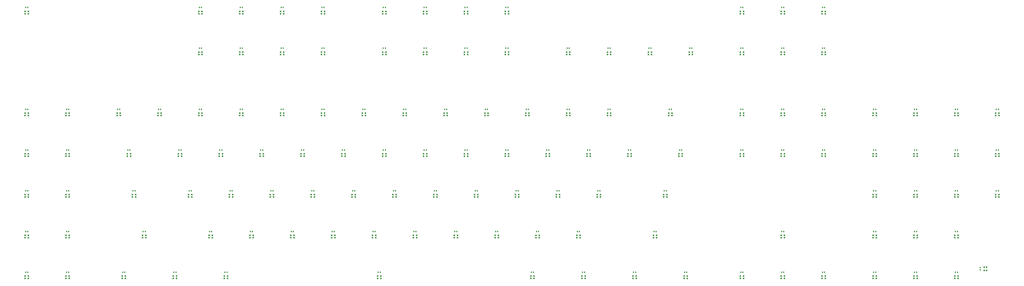
<source format=gbr>
%TF.GenerationSoftware,KiCad,Pcbnew,(6.0.7)*%
%TF.CreationDate,2022-09-27T13:03:32-04:00*%
%TF.ProjectId,SweetBusiness,53776565-7442-4757-9369-6e6573732e6b,rev?*%
%TF.SameCoordinates,Original*%
%TF.FileFunction,Paste,Top*%
%TF.FilePolarity,Positive*%
%FSLAX46Y46*%
G04 Gerber Fmt 4.6, Leading zero omitted, Abs format (unit mm)*
G04 Created by KiCad (PCBNEW (6.0.7)) date 2022-09-27 13:03:32*
%MOMM*%
%LPD*%
G01*
G04 APERTURE LIST*
G04 Aperture macros list*
%AMRoundRect*
0 Rectangle with rounded corners*
0 $1 Rounding radius*
0 $2 $3 $4 $5 $6 $7 $8 $9 X,Y pos of 4 corners*
0 Add a 4 corners polygon primitive as box body*
4,1,4,$2,$3,$4,$5,$6,$7,$8,$9,$2,$3,0*
0 Add four circle primitives for the rounded corners*
1,1,$1+$1,$2,$3*
1,1,$1+$1,$4,$5*
1,1,$1+$1,$6,$7*
1,1,$1+$1,$8,$9*
0 Add four rect primitives between the rounded corners*
20,1,$1+$1,$2,$3,$4,$5,0*
20,1,$1+$1,$4,$5,$6,$7,0*
20,1,$1+$1,$6,$7,$8,$9,0*
20,1,$1+$1,$8,$9,$2,$3,0*%
G04 Aperture macros list end*
%ADD10RoundRect,0.147500X0.147500X0.172500X-0.147500X0.172500X-0.147500X-0.172500X0.147500X-0.172500X0*%
%ADD11R,0.700000X0.700000*%
%ADD12RoundRect,0.147500X-0.147500X-0.172500X0.147500X-0.172500X0.147500X0.172500X-0.147500X0.172500X0*%
%ADD13RoundRect,0.147500X-0.172500X0.147500X-0.172500X-0.147500X0.172500X-0.147500X0.172500X0.147500X0*%
G04 APERTURE END LIST*
D10*
%TO.C,LC84*%
X219560000Y55562500D03*
X218590000Y55562500D03*
%TD*%
%TO.C,LC32*%
X90972500Y93662500D03*
X90002500Y93662500D03*
%TD*%
D11*
%TO.C,LD125*%
X424612500Y14531250D03*
X424612500Y15631250D03*
X423112500Y15631250D03*
X423112500Y14531250D03*
%TD*%
%TO.C,LD15*%
X127837500Y120406250D03*
X127837500Y119306250D03*
X129337500Y119306250D03*
X129337500Y120406250D03*
%TD*%
%TO.C,LD95*%
X63543750Y34681250D03*
X63543750Y33581250D03*
X65043750Y33581250D03*
X65043750Y34681250D03*
%TD*%
%TO.C,LD5*%
X148387500Y138356250D03*
X148387500Y139456250D03*
X146887500Y139456250D03*
X146887500Y138356250D03*
%TD*%
D10*
%TO.C,LC86*%
X257660000Y55562500D03*
X256690000Y55562500D03*
%TD*%
%TO.C,LC112*%
X29060000Y17462500D03*
X28090000Y17462500D03*
%TD*%
D11*
%TO.C,LD66*%
X313575000Y72781250D03*
X313575000Y71681250D03*
X315075000Y71681250D03*
X315075000Y72781250D03*
%TD*%
%TO.C,LD17*%
X175462500Y120406250D03*
X175462500Y119306250D03*
X176962500Y119306250D03*
X176962500Y120406250D03*
%TD*%
D12*
%TO.C,LC21*%
X261452500Y122237500D03*
X262422500Y122237500D03*
%TD*%
D10*
%TO.C,LC29*%
X29060000Y93662500D03*
X28090000Y93662500D03*
%TD*%
D11*
%TO.C,LD100*%
X170700000Y34681250D03*
X170700000Y33581250D03*
X172200000Y33581250D03*
X172200000Y34681250D03*
%TD*%
D12*
%TO.C,LC104*%
X247165000Y36512500D03*
X248135000Y36512500D03*
%TD*%
D11*
%TO.C,LD39*%
X224587500Y90731250D03*
X224587500Y91831250D03*
X223087500Y91831250D03*
X223087500Y90731250D03*
%TD*%
D10*
%TO.C,LC41*%
X262422500Y93662500D03*
X261452500Y93662500D03*
%TD*%
D11*
%TO.C,LD47*%
X405562500Y90731250D03*
X405562500Y91831250D03*
X404062500Y91831250D03*
X404062500Y90731250D03*
%TD*%
D12*
%TO.C,LC55*%
X99527500Y74612500D03*
X100497500Y74612500D03*
%TD*%
D11*
%TO.C,LD48*%
X424612500Y90731250D03*
X424612500Y91831250D03*
X423112500Y91831250D03*
X423112500Y90731250D03*
%TD*%
%TO.C,LD3*%
X110287500Y138356250D03*
X110287500Y139456250D03*
X108787500Y139456250D03*
X108787500Y138356250D03*
%TD*%
%TO.C,LD117*%
X246018750Y14531250D03*
X246018750Y15631250D03*
X244518750Y15631250D03*
X244518750Y14531250D03*
%TD*%
D12*
%TO.C,LC59*%
X175727500Y74612500D03*
X176697500Y74612500D03*
%TD*%
D10*
%TO.C,LC81*%
X162410000Y55562500D03*
X161440000Y55562500D03*
%TD*%
D11*
%TO.C,LD54*%
X80212500Y72781250D03*
X80212500Y71681250D03*
X81712500Y71681250D03*
X81712500Y72781250D03*
%TD*%
D10*
%TO.C,LC113*%
X55253750Y17462500D03*
X54283750Y17462500D03*
%TD*%
D12*
%TO.C,LC69*%
X380515000Y74612500D03*
X381485000Y74612500D03*
%TD*%
D11*
%TO.C,LD51*%
X8775000Y72781250D03*
X8775000Y71681250D03*
X10275000Y71681250D03*
X10275000Y72781250D03*
%TD*%
D10*
%TO.C,LC7*%
X195747500Y141287500D03*
X194777500Y141287500D03*
%TD*%
D11*
%TO.C,LD68*%
X361200000Y72781250D03*
X361200000Y71681250D03*
X362700000Y71681250D03*
X362700000Y72781250D03*
%TD*%
%TO.C,LD44*%
X343650000Y90731250D03*
X343650000Y91831250D03*
X342150000Y91831250D03*
X342150000Y90731250D03*
%TD*%
%TO.C,LD41*%
X262687500Y90731250D03*
X262687500Y91831250D03*
X261187500Y91831250D03*
X261187500Y90731250D03*
%TD*%
D10*
%TO.C,LC47*%
X405297500Y93662500D03*
X404327500Y93662500D03*
%TD*%
D11*
%TO.C,LD25*%
X342150000Y120406250D03*
X342150000Y119306250D03*
X343650000Y119306250D03*
X343650000Y120406250D03*
%TD*%
D12*
%TO.C,LC73*%
X461477500Y74612500D03*
X462447500Y74612500D03*
%TD*%
D11*
%TO.C,LD91*%
X443662500Y52631250D03*
X443662500Y53731250D03*
X442162500Y53731250D03*
X442162500Y52631250D03*
%TD*%
%TO.C,LD122*%
X362700000Y14531250D03*
X362700000Y15631250D03*
X361200000Y15631250D03*
X361200000Y14531250D03*
%TD*%
%TO.C,LD89*%
X405562500Y52631250D03*
X405562500Y53731250D03*
X404062500Y53731250D03*
X404062500Y52631250D03*
%TD*%
%TO.C,LD79*%
X124575000Y52631250D03*
X124575000Y53731250D03*
X123075000Y53731250D03*
X123075000Y52631250D03*
%TD*%
D10*
%TO.C,LC42*%
X281472500Y93662500D03*
X280502500Y93662500D03*
%TD*%
D11*
%TO.C,LD34*%
X129337500Y90731250D03*
X129337500Y91831250D03*
X127837500Y91831250D03*
X127837500Y90731250D03*
%TD*%
D10*
%TO.C,LC48*%
X424347500Y93662500D03*
X423377500Y93662500D03*
%TD*%
%TO.C,LC6*%
X176697500Y141287500D03*
X175727500Y141287500D03*
%TD*%
D11*
%TO.C,LD111*%
X10275000Y14531250D03*
X10275000Y15631250D03*
X8775000Y15631250D03*
X8775000Y14531250D03*
%TD*%
D10*
%TO.C,LC4*%
X129072500Y141287500D03*
X128102500Y141287500D03*
%TD*%
D12*
%TO.C,LC66*%
X313840000Y74612500D03*
X314810000Y74612500D03*
%TD*%
D11*
%TO.C,LD97*%
X113550000Y34681250D03*
X113550000Y33581250D03*
X115050000Y33581250D03*
X115050000Y34681250D03*
%TD*%
D10*
%TO.C,LC39*%
X224322500Y93662500D03*
X223352500Y93662500D03*
%TD*%
D11*
%TO.C,LD72*%
X442162500Y72781250D03*
X442162500Y71681250D03*
X443662500Y71681250D03*
X443662500Y72781250D03*
%TD*%
D12*
%TO.C,LC57*%
X137627500Y74612500D03*
X138597500Y74612500D03*
%TD*%
D11*
%TO.C,LD82*%
X181725000Y52631250D03*
X181725000Y53731250D03*
X180225000Y53731250D03*
X180225000Y52631250D03*
%TD*%
%TO.C,LD1*%
X10275000Y138356250D03*
X10275000Y139456250D03*
X8775000Y139456250D03*
X8775000Y138356250D03*
%TD*%
%TO.C,LD46*%
X381750000Y90731250D03*
X381750000Y91831250D03*
X380250000Y91831250D03*
X380250000Y90731250D03*
%TD*%
D10*
%TO.C,LC75*%
X29060000Y55562500D03*
X28090000Y55562500D03*
%TD*%
D12*
%TO.C,LC18*%
X194777500Y122237500D03*
X195747500Y122237500D03*
%TD*%
%TO.C,LC53*%
X56665000Y74612500D03*
X57635000Y74612500D03*
%TD*%
D11*
%TO.C,LD38*%
X205537500Y90731250D03*
X205537500Y91831250D03*
X204037500Y91831250D03*
X204037500Y90731250D03*
%TD*%
D12*
%TO.C,LC14*%
X109052500Y122237500D03*
X110022500Y122237500D03*
%TD*%
%TO.C,LC99*%
X151915000Y36512500D03*
X152885000Y36512500D03*
%TD*%
D11*
%TO.C,LD93*%
X8775000Y34681250D03*
X8775000Y33581250D03*
X10275000Y33581250D03*
X10275000Y34681250D03*
%TD*%
D12*
%TO.C,LC71*%
X423377500Y74612500D03*
X424347500Y74612500D03*
%TD*%
D11*
%TO.C,LD92*%
X462712500Y52631250D03*
X462712500Y53731250D03*
X461212500Y53731250D03*
X461212500Y52631250D03*
%TD*%
D10*
%TO.C,LC118*%
X269566250Y17462500D03*
X268596250Y17462500D03*
%TD*%
D11*
%TO.C,LD94*%
X27825000Y34681250D03*
X27825000Y33581250D03*
X29325000Y33581250D03*
X29325000Y34681250D03*
%TD*%
D12*
%TO.C,LC62*%
X232877500Y74612500D03*
X233847500Y74612500D03*
%TD*%
D10*
%TO.C,LC12*%
X381485000Y141287500D03*
X380515000Y141287500D03*
%TD*%
%TO.C,LC89*%
X405297500Y55562500D03*
X404327500Y55562500D03*
%TD*%
%TO.C,LC45*%
X362435000Y93662500D03*
X361465000Y93662500D03*
%TD*%
%TO.C,LC31*%
X71922500Y93662500D03*
X70952500Y93662500D03*
%TD*%
D11*
%TO.C,LD21*%
X261187500Y120406250D03*
X261187500Y119306250D03*
X262687500Y119306250D03*
X262687500Y120406250D03*
%TD*%
D10*
%TO.C,LC38*%
X205272500Y93662500D03*
X204302500Y93662500D03*
%TD*%
D11*
%TO.C,LD65*%
X289762500Y72781250D03*
X289762500Y71681250D03*
X291262500Y71681250D03*
X291262500Y72781250D03*
%TD*%
D13*
%TO.C,LC127*%
X454025000Y19535000D03*
X454025000Y18565000D03*
%TD*%
D11*
%TO.C,LD62*%
X232612500Y72781250D03*
X232612500Y71681250D03*
X234112500Y71681250D03*
X234112500Y72781250D03*
%TD*%
%TO.C,LD23*%
X299287500Y120406250D03*
X299287500Y119306250D03*
X300787500Y119306250D03*
X300787500Y120406250D03*
%TD*%
%TO.C,LD60*%
X194512500Y72781250D03*
X194512500Y71681250D03*
X196012500Y71681250D03*
X196012500Y72781250D03*
%TD*%
D10*
%TO.C,LC35*%
X148122500Y93662500D03*
X147152500Y93662500D03*
%TD*%
%TO.C,LC82*%
X181460000Y55562500D03*
X180490000Y55562500D03*
%TD*%
D11*
%TO.C,LD37*%
X186487500Y90731250D03*
X186487500Y91831250D03*
X184987500Y91831250D03*
X184987500Y90731250D03*
%TD*%
%TO.C,LD57*%
X137362500Y72781250D03*
X137362500Y71681250D03*
X138862500Y71681250D03*
X138862500Y72781250D03*
%TD*%
D10*
%TO.C,LC43*%
X310047500Y93662500D03*
X309077500Y93662500D03*
%TD*%
D11*
%TO.C,LD22*%
X280237500Y120406250D03*
X280237500Y119306250D03*
X281737500Y119306250D03*
X281737500Y120406250D03*
%TD*%
%TO.C,LD9*%
X234112500Y138356250D03*
X234112500Y139456250D03*
X232612500Y139456250D03*
X232612500Y138356250D03*
%TD*%
D10*
%TO.C,LC119*%
X293378750Y17462500D03*
X292408750Y17462500D03*
%TD*%
%TO.C,LC3*%
X110022500Y141287500D03*
X109052500Y141287500D03*
%TD*%
D11*
%TO.C,LD77*%
X86475000Y52631250D03*
X86475000Y53731250D03*
X84975000Y53731250D03*
X84975000Y52631250D03*
%TD*%
D12*
%TO.C,LC102*%
X209065000Y36512500D03*
X210035000Y36512500D03*
%TD*%
D11*
%TO.C,LD2*%
X91237500Y138356250D03*
X91237500Y139456250D03*
X89737500Y139456250D03*
X89737500Y138356250D03*
%TD*%
D12*
%TO.C,LC97*%
X113815000Y36512500D03*
X114785000Y36512500D03*
%TD*%
%TO.C,LC110*%
X442427500Y36512500D03*
X443397500Y36512500D03*
%TD*%
D11*
%TO.C,LD112*%
X29325000Y14531250D03*
X29325000Y15631250D03*
X27825000Y15631250D03*
X27825000Y14531250D03*
%TD*%
D10*
%TO.C,LC8*%
X214797500Y141287500D03*
X213827500Y141287500D03*
%TD*%
%TO.C,LC50*%
X462447500Y93662500D03*
X461477500Y93662500D03*
%TD*%
%TO.C,LC91*%
X443397500Y55562500D03*
X442427500Y55562500D03*
%TD*%
D11*
%TO.C,LD109*%
X423112500Y34681250D03*
X423112500Y33581250D03*
X424612500Y33581250D03*
X424612500Y34681250D03*
%TD*%
%TO.C,LD16*%
X146887500Y120406250D03*
X146887500Y119306250D03*
X148387500Y119306250D03*
X148387500Y120406250D03*
%TD*%
D12*
%TO.C,LC105*%
X266215000Y36512500D03*
X267185000Y36512500D03*
%TD*%
D10*
%TO.C,LC46*%
X381485000Y93662500D03*
X380515000Y93662500D03*
%TD*%
D12*
%TO.C,LC20*%
X232877500Y122237500D03*
X233847500Y122237500D03*
%TD*%
D11*
%TO.C,LD29*%
X29325000Y90731250D03*
X29325000Y91831250D03*
X27825000Y91831250D03*
X27825000Y90731250D03*
%TD*%
%TO.C,LD64*%
X270712500Y72781250D03*
X270712500Y71681250D03*
X272212500Y71681250D03*
X272212500Y72781250D03*
%TD*%
D10*
%TO.C,LC77*%
X86210000Y55562500D03*
X85240000Y55562500D03*
%TD*%
D11*
%TO.C,LD43*%
X310312500Y90731250D03*
X310312500Y91831250D03*
X308812500Y91831250D03*
X308812500Y90731250D03*
%TD*%
%TO.C,LD14*%
X108787500Y120406250D03*
X108787500Y119306250D03*
X110287500Y119306250D03*
X110287500Y120406250D03*
%TD*%
D10*
%TO.C,LC28*%
X10010000Y93662500D03*
X9040000Y93662500D03*
%TD*%
D11*
%TO.C,LD85*%
X238875000Y52631250D03*
X238875000Y53731250D03*
X237375000Y53731250D03*
X237375000Y52631250D03*
%TD*%
%TO.C,LD63*%
X251662500Y72781250D03*
X251662500Y71681250D03*
X253162500Y71681250D03*
X253162500Y72781250D03*
%TD*%
%TO.C,LD121*%
X343650000Y14531250D03*
X343650000Y15631250D03*
X342150000Y15631250D03*
X342150000Y14531250D03*
%TD*%
%TO.C,LD127*%
X456956250Y19800000D03*
X455856250Y19800000D03*
X455856250Y18300000D03*
X456956250Y18300000D03*
%TD*%
%TO.C,LD36*%
X167437500Y90731250D03*
X167437500Y91831250D03*
X165937500Y91831250D03*
X165937500Y90731250D03*
%TD*%
D12*
%TO.C,LC100*%
X170965000Y36512500D03*
X171935000Y36512500D03*
%TD*%
D11*
%TO.C,LD30*%
X53137500Y90731250D03*
X53137500Y91831250D03*
X51637500Y91831250D03*
X51637500Y90731250D03*
%TD*%
D10*
%TO.C,LC116*%
X174316250Y17462500D03*
X173346250Y17462500D03*
%TD*%
%TO.C,LC49*%
X443397500Y93662500D03*
X442427500Y93662500D03*
%TD*%
D11*
%TO.C,LD11*%
X362700000Y138356250D03*
X362700000Y139456250D03*
X361200000Y139456250D03*
X361200000Y138356250D03*
%TD*%
%TO.C,LD75*%
X29325000Y52631250D03*
X29325000Y53731250D03*
X27825000Y53731250D03*
X27825000Y52631250D03*
%TD*%
%TO.C,LD45*%
X362700000Y90731250D03*
X362700000Y91831250D03*
X361200000Y91831250D03*
X361200000Y90731250D03*
%TD*%
%TO.C,LD80*%
X143625000Y52631250D03*
X143625000Y53731250D03*
X142125000Y53731250D03*
X142125000Y52631250D03*
%TD*%
D10*
%TO.C,LC44*%
X343385000Y93662500D03*
X342415000Y93662500D03*
%TD*%
D11*
%TO.C,LD13*%
X89737500Y120406250D03*
X89737500Y119306250D03*
X91237500Y119306250D03*
X91237500Y120406250D03*
%TD*%
%TO.C,LD61*%
X213562500Y72781250D03*
X213562500Y71681250D03*
X215062500Y71681250D03*
X215062500Y72781250D03*
%TD*%
%TO.C,LD32*%
X91237500Y90731250D03*
X91237500Y91831250D03*
X89737500Y91831250D03*
X89737500Y90731250D03*
%TD*%
%TO.C,LD115*%
X103143750Y14531250D03*
X103143750Y15631250D03*
X101643750Y15631250D03*
X101643750Y14531250D03*
%TD*%
D12*
%TO.C,LC63*%
X251927500Y74612500D03*
X252897500Y74612500D03*
%TD*%
D10*
%TO.C,LC87*%
X276710000Y55562500D03*
X275740000Y55562500D03*
%TD*%
D12*
%TO.C,LC106*%
X301933750Y36512500D03*
X302903750Y36512500D03*
%TD*%
D11*
%TO.C,LD10*%
X343650000Y138356250D03*
X343650000Y139456250D03*
X342150000Y139456250D03*
X342150000Y138356250D03*
%TD*%
D10*
%TO.C,LC90*%
X424347500Y55562500D03*
X423377500Y55562500D03*
%TD*%
D11*
%TO.C,LD88*%
X307931250Y52631250D03*
X307931250Y53731250D03*
X306431250Y53731250D03*
X306431250Y52631250D03*
%TD*%
%TO.C,LD35*%
X148387500Y90731250D03*
X148387500Y91831250D03*
X146887500Y91831250D03*
X146887500Y90731250D03*
%TD*%
D12*
%TO.C,LC58*%
X156677500Y74612500D03*
X157647500Y74612500D03*
%TD*%
D10*
%TO.C,LC88*%
X307666250Y55562500D03*
X306696250Y55562500D03*
%TD*%
D11*
%TO.C,LD124*%
X405562500Y14531250D03*
X405562500Y15631250D03*
X404062500Y15631250D03*
X404062500Y14531250D03*
%TD*%
%TO.C,LD120*%
X317456250Y14531250D03*
X317456250Y15631250D03*
X315956250Y15631250D03*
X315956250Y14531250D03*
%TD*%
D10*
%TO.C,LC37*%
X186222500Y93662500D03*
X185252500Y93662500D03*
%TD*%
D11*
%TO.C,LD101*%
X189750000Y34681250D03*
X189750000Y33581250D03*
X191250000Y33581250D03*
X191250000Y34681250D03*
%TD*%
%TO.C,LD42*%
X281737500Y90731250D03*
X281737500Y91831250D03*
X280237500Y91831250D03*
X280237500Y90731250D03*
%TD*%
%TO.C,LD102*%
X208800000Y34681250D03*
X208800000Y33581250D03*
X210300000Y33581250D03*
X210300000Y34681250D03*
%TD*%
%TO.C,LD58*%
X156412500Y72781250D03*
X156412500Y71681250D03*
X157912500Y71681250D03*
X157912500Y72781250D03*
%TD*%
D12*
%TO.C,LC60*%
X194777500Y74612500D03*
X195747500Y74612500D03*
%TD*%
D11*
%TO.C,LD50*%
X462712500Y90731250D03*
X462712500Y91831250D03*
X461212500Y91831250D03*
X461212500Y90731250D03*
%TD*%
D12*
%TO.C,LC70*%
X404327500Y74612500D03*
X405297500Y74612500D03*
%TD*%
%TO.C,LC23*%
X299552500Y122237500D03*
X300522500Y122237500D03*
%TD*%
D10*
%TO.C,LC5*%
X148122500Y141287500D03*
X147152500Y141287500D03*
%TD*%
%TO.C,LC117*%
X245753750Y17462500D03*
X244783750Y17462500D03*
%TD*%
D12*
%TO.C,LC27*%
X380515000Y122237500D03*
X381485000Y122237500D03*
%TD*%
%TO.C,LC15*%
X128102500Y122237500D03*
X129072500Y122237500D03*
%TD*%
D10*
%TO.C,LC123*%
X381485000Y17462500D03*
X380515000Y17462500D03*
%TD*%
D11*
%TO.C,LD83*%
X200775000Y52631250D03*
X200775000Y53731250D03*
X199275000Y53731250D03*
X199275000Y52631250D03*
%TD*%
%TO.C,LD71*%
X423112500Y72781250D03*
X423112500Y71681250D03*
X424612500Y71681250D03*
X424612500Y72781250D03*
%TD*%
%TO.C,LD24*%
X318337500Y120406250D03*
X318337500Y119306250D03*
X319837500Y119306250D03*
X319837500Y120406250D03*
%TD*%
%TO.C,LD86*%
X257925000Y52631250D03*
X257925000Y53731250D03*
X256425000Y53731250D03*
X256425000Y52631250D03*
%TD*%
%TO.C,LD53*%
X56400000Y72781250D03*
X56400000Y71681250D03*
X57900000Y71681250D03*
X57900000Y72781250D03*
%TD*%
D10*
%TO.C,LC9*%
X233847500Y141287500D03*
X232877500Y141287500D03*
%TD*%
D12*
%TO.C,LC24*%
X318602500Y122237500D03*
X319572500Y122237500D03*
%TD*%
D10*
%TO.C,LC78*%
X105260000Y55562500D03*
X104290000Y55562500D03*
%TD*%
D12*
%TO.C,LC64*%
X270977500Y74612500D03*
X271947500Y74612500D03*
%TD*%
D11*
%TO.C,LD113*%
X55518750Y14531250D03*
X55518750Y15631250D03*
X54018750Y15631250D03*
X54018750Y14531250D03*
%TD*%
%TO.C,LD4*%
X129337500Y138356250D03*
X129337500Y139456250D03*
X127837500Y139456250D03*
X127837500Y138356250D03*
%TD*%
D12*
%TO.C,LC95*%
X63808750Y36512500D03*
X64778750Y36512500D03*
%TD*%
D11*
%TO.C,LD73*%
X461212500Y72781250D03*
X461212500Y71681250D03*
X462712500Y71681250D03*
X462712500Y72781250D03*
%TD*%
D12*
%TO.C,LC13*%
X90002500Y122237500D03*
X90972500Y122237500D03*
%TD*%
D10*
%TO.C,LC120*%
X317191250Y17462500D03*
X316221250Y17462500D03*
%TD*%
D11*
%TO.C,LD116*%
X174581250Y14531250D03*
X174581250Y15631250D03*
X173081250Y15631250D03*
X173081250Y14531250D03*
%TD*%
D12*
%TO.C,LC54*%
X80477500Y74612500D03*
X81447500Y74612500D03*
%TD*%
%TO.C,LC108*%
X404327500Y36512500D03*
X405297500Y36512500D03*
%TD*%
D11*
%TO.C,LD67*%
X342150000Y72781250D03*
X342150000Y71681250D03*
X343650000Y71681250D03*
X343650000Y72781250D03*
%TD*%
D10*
%TO.C,LC79*%
X124310000Y55562500D03*
X123340000Y55562500D03*
%TD*%
%TO.C,LC2*%
X90972500Y141287500D03*
X90002500Y141287500D03*
%TD*%
%TO.C,LC10*%
X343385000Y141287500D03*
X342415000Y141287500D03*
%TD*%
%TO.C,LC33*%
X110022500Y93662500D03*
X109052500Y93662500D03*
%TD*%
D12*
%TO.C,LC109*%
X423377500Y36512500D03*
X424347500Y36512500D03*
%TD*%
D11*
%TO.C,LD26*%
X361200000Y120406250D03*
X361200000Y119306250D03*
X362700000Y119306250D03*
X362700000Y120406250D03*
%TD*%
%TO.C,LD52*%
X27825000Y72781250D03*
X27825000Y71681250D03*
X29325000Y71681250D03*
X29325000Y72781250D03*
%TD*%
%TO.C,LD99*%
X151650000Y34681250D03*
X151650000Y33581250D03*
X153150000Y33581250D03*
X153150000Y34681250D03*
%TD*%
D12*
%TO.C,LC93*%
X9040000Y36512500D03*
X10010000Y36512500D03*
%TD*%
D11*
%TO.C,LD98*%
X132600000Y34681250D03*
X132600000Y33581250D03*
X134100000Y33581250D03*
X134100000Y34681250D03*
%TD*%
D10*
%TO.C,LC34*%
X129072500Y93662500D03*
X128102500Y93662500D03*
%TD*%
D11*
%TO.C,LD96*%
X94500000Y34681250D03*
X94500000Y33581250D03*
X96000000Y33581250D03*
X96000000Y34681250D03*
%TD*%
D10*
%TO.C,LC11*%
X362435000Y141287500D03*
X361465000Y141287500D03*
%TD*%
D11*
%TO.C,LD69*%
X380250000Y72781250D03*
X380250000Y71681250D03*
X381750000Y71681250D03*
X381750000Y72781250D03*
%TD*%
%TO.C,LD6*%
X176962500Y138356250D03*
X176962500Y139456250D03*
X175462500Y139456250D03*
X175462500Y138356250D03*
%TD*%
%TO.C,LD70*%
X404062500Y72781250D03*
X404062500Y71681250D03*
X405562500Y71681250D03*
X405562500Y72781250D03*
%TD*%
D10*
%TO.C,LC76*%
X60016250Y55562500D03*
X59046250Y55562500D03*
%TD*%
D12*
%TO.C,LC16*%
X147152500Y122237500D03*
X148122500Y122237500D03*
%TD*%
D10*
%TO.C,LC125*%
X424347500Y17462500D03*
X423377500Y17462500D03*
%TD*%
D11*
%TO.C,LD103*%
X227850000Y34681250D03*
X227850000Y33581250D03*
X229350000Y33581250D03*
X229350000Y34681250D03*
%TD*%
D10*
%TO.C,LC122*%
X362435000Y17462500D03*
X361465000Y17462500D03*
%TD*%
D11*
%TO.C,LD106*%
X301668750Y34681250D03*
X301668750Y33581250D03*
X303168750Y33581250D03*
X303168750Y34681250D03*
%TD*%
D10*
%TO.C,LC80*%
X143360000Y55562500D03*
X142390000Y55562500D03*
%TD*%
D12*
%TO.C,LC65*%
X290027500Y74612500D03*
X290997500Y74612500D03*
%TD*%
D11*
%TO.C,LD31*%
X72187500Y90731250D03*
X72187500Y91831250D03*
X70687500Y91831250D03*
X70687500Y90731250D03*
%TD*%
D10*
%TO.C,LC126*%
X443397500Y17462500D03*
X442427500Y17462500D03*
%TD*%
D11*
%TO.C,LD55*%
X99262500Y72781250D03*
X99262500Y71681250D03*
X100762500Y71681250D03*
X100762500Y72781250D03*
%TD*%
%TO.C,LD49*%
X443662500Y90731250D03*
X443662500Y91831250D03*
X442162500Y91831250D03*
X442162500Y90731250D03*
%TD*%
%TO.C,LD84*%
X219825000Y52631250D03*
X219825000Y53731250D03*
X218325000Y53731250D03*
X218325000Y52631250D03*
%TD*%
%TO.C,LD28*%
X10275000Y90731250D03*
X10275000Y91831250D03*
X8775000Y91831250D03*
X8775000Y90731250D03*
%TD*%
D12*
%TO.C,LC67*%
X342415000Y74612500D03*
X343385000Y74612500D03*
%TD*%
%TO.C,LC68*%
X361465000Y74612500D03*
X362435000Y74612500D03*
%TD*%
D11*
%TO.C,LD114*%
X79331250Y14531250D03*
X79331250Y15631250D03*
X77831250Y15631250D03*
X77831250Y14531250D03*
%TD*%
%TO.C,LD7*%
X196012500Y138356250D03*
X196012500Y139456250D03*
X194512500Y139456250D03*
X194512500Y138356250D03*
%TD*%
%TO.C,LD78*%
X105525000Y52631250D03*
X105525000Y53731250D03*
X104025000Y53731250D03*
X104025000Y52631250D03*
%TD*%
%TO.C,LD119*%
X293643750Y14531250D03*
X293643750Y15631250D03*
X292143750Y15631250D03*
X292143750Y14531250D03*
%TD*%
%TO.C,LD74*%
X10275000Y52631250D03*
X10275000Y53731250D03*
X8775000Y53731250D03*
X8775000Y52631250D03*
%TD*%
%TO.C,LD90*%
X424612500Y52631250D03*
X424612500Y53731250D03*
X423112500Y53731250D03*
X423112500Y52631250D03*
%TD*%
%TO.C,LD12*%
X381750000Y138356250D03*
X381750000Y139456250D03*
X380250000Y139456250D03*
X380250000Y138356250D03*
%TD*%
D10*
%TO.C,LC121*%
X343385000Y17462500D03*
X342415000Y17462500D03*
%TD*%
D11*
%TO.C,LD107*%
X361200000Y34681250D03*
X361200000Y33581250D03*
X362700000Y33581250D03*
X362700000Y34681250D03*
%TD*%
D10*
%TO.C,LC1*%
X10010000Y141287500D03*
X9040000Y141287500D03*
%TD*%
%TO.C,LC30*%
X52872500Y93662500D03*
X51902500Y93662500D03*
%TD*%
D11*
%TO.C,LD56*%
X118312500Y72781250D03*
X118312500Y71681250D03*
X119812500Y71681250D03*
X119812500Y72781250D03*
%TD*%
%TO.C,LD40*%
X243637500Y90731250D03*
X243637500Y91831250D03*
X242137500Y91831250D03*
X242137500Y90731250D03*
%TD*%
%TO.C,LD18*%
X194512500Y120406250D03*
X194512500Y119306250D03*
X196012500Y119306250D03*
X196012500Y120406250D03*
%TD*%
D12*
%TO.C,LC25*%
X342415000Y122237500D03*
X343385000Y122237500D03*
%TD*%
%TO.C,LC17*%
X175727500Y122237500D03*
X176697500Y122237500D03*
%TD*%
D11*
%TO.C,LD33*%
X110287500Y90731250D03*
X110287500Y91831250D03*
X108787500Y91831250D03*
X108787500Y90731250D03*
%TD*%
D12*
%TO.C,LC22*%
X280502500Y122237500D03*
X281472500Y122237500D03*
%TD*%
D10*
%TO.C,LC111*%
X10010000Y17462500D03*
X9040000Y17462500D03*
%TD*%
%TO.C,LC85*%
X238610000Y55562500D03*
X237640000Y55562500D03*
%TD*%
D11*
%TO.C,LD87*%
X276975000Y52631250D03*
X276975000Y53731250D03*
X275475000Y53731250D03*
X275475000Y52631250D03*
%TD*%
%TO.C,LD123*%
X381750000Y14531250D03*
X381750000Y15631250D03*
X380250000Y15631250D03*
X380250000Y14531250D03*
%TD*%
D10*
%TO.C,LC74*%
X10010000Y55562500D03*
X9040000Y55562500D03*
%TD*%
D11*
%TO.C,LD81*%
X162675000Y52631250D03*
X162675000Y53731250D03*
X161175000Y53731250D03*
X161175000Y52631250D03*
%TD*%
D12*
%TO.C,LC96*%
X94765000Y36512500D03*
X95735000Y36512500D03*
%TD*%
D11*
%TO.C,LD19*%
X213562500Y120406250D03*
X213562500Y119306250D03*
X215062500Y119306250D03*
X215062500Y120406250D03*
%TD*%
D10*
%TO.C,LC36*%
X167172500Y93662500D03*
X166202500Y93662500D03*
%TD*%
%TO.C,LC115*%
X102878750Y17462500D03*
X101908750Y17462500D03*
%TD*%
D11*
%TO.C,LD20*%
X232612500Y120406250D03*
X232612500Y119306250D03*
X234112500Y119306250D03*
X234112500Y120406250D03*
%TD*%
D12*
%TO.C,LC19*%
X213827500Y122237500D03*
X214797500Y122237500D03*
%TD*%
%TO.C,LC103*%
X228115000Y36512500D03*
X229085000Y36512500D03*
%TD*%
%TO.C,LC98*%
X132865000Y36512500D03*
X133835000Y36512500D03*
%TD*%
%TO.C,LC52*%
X28090000Y74612500D03*
X29060000Y74612500D03*
%TD*%
D11*
%TO.C,LD76*%
X60281250Y52631250D03*
X60281250Y53731250D03*
X58781250Y53731250D03*
X58781250Y52631250D03*
%TD*%
D10*
%TO.C,LC124*%
X405297500Y17462500D03*
X404327500Y17462500D03*
%TD*%
D11*
%TO.C,LD59*%
X175462500Y72781250D03*
X175462500Y71681250D03*
X176962500Y71681250D03*
X176962500Y72781250D03*
%TD*%
%TO.C,LD8*%
X215062500Y138356250D03*
X215062500Y139456250D03*
X213562500Y139456250D03*
X213562500Y138356250D03*
%TD*%
D10*
%TO.C,LC40*%
X243372500Y93662500D03*
X242402500Y93662500D03*
%TD*%
D11*
%TO.C,LD104*%
X246900000Y34681250D03*
X246900000Y33581250D03*
X248400000Y33581250D03*
X248400000Y34681250D03*
%TD*%
%TO.C,LD105*%
X265950000Y34681250D03*
X265950000Y33581250D03*
X267450000Y33581250D03*
X267450000Y34681250D03*
%TD*%
D12*
%TO.C,LC101*%
X190015000Y36512500D03*
X190985000Y36512500D03*
%TD*%
%TO.C,LC51*%
X9040000Y74612500D03*
X10010000Y74612500D03*
%TD*%
%TO.C,LC26*%
X361465000Y122237500D03*
X362435000Y122237500D03*
%TD*%
%TO.C,LC107*%
X361465000Y36512500D03*
X362435000Y36512500D03*
%TD*%
D10*
%TO.C,LC92*%
X462447500Y55562500D03*
X461477500Y55562500D03*
%TD*%
D11*
%TO.C,LD110*%
X442162500Y34681250D03*
X442162500Y33581250D03*
X443662500Y33581250D03*
X443662500Y34681250D03*
%TD*%
D10*
%TO.C,LC114*%
X79066250Y17462500D03*
X78096250Y17462500D03*
%TD*%
D11*
%TO.C,LD27*%
X380250000Y120406250D03*
X380250000Y119306250D03*
X381750000Y119306250D03*
X381750000Y120406250D03*
%TD*%
%TO.C,LD126*%
X443662500Y14531250D03*
X443662500Y15631250D03*
X442162500Y15631250D03*
X442162500Y14531250D03*
%TD*%
D12*
%TO.C,LC56*%
X118577500Y74612500D03*
X119547500Y74612500D03*
%TD*%
D11*
%TO.C,LD118*%
X269831250Y14531250D03*
X269831250Y15631250D03*
X268331250Y15631250D03*
X268331250Y14531250D03*
%TD*%
D10*
%TO.C,LC83*%
X200510000Y55562500D03*
X199540000Y55562500D03*
%TD*%
D11*
%TO.C,LD108*%
X404062500Y34681250D03*
X404062500Y33581250D03*
X405562500Y33581250D03*
X405562500Y34681250D03*
%TD*%
D12*
%TO.C,LC61*%
X213827500Y74612500D03*
X214797500Y74612500D03*
%TD*%
%TO.C,LC72*%
X442427500Y74612500D03*
X443397500Y74612500D03*
%TD*%
%TO.C,LC94*%
X28090000Y36512500D03*
X29060000Y36512500D03*
%TD*%
M02*

</source>
